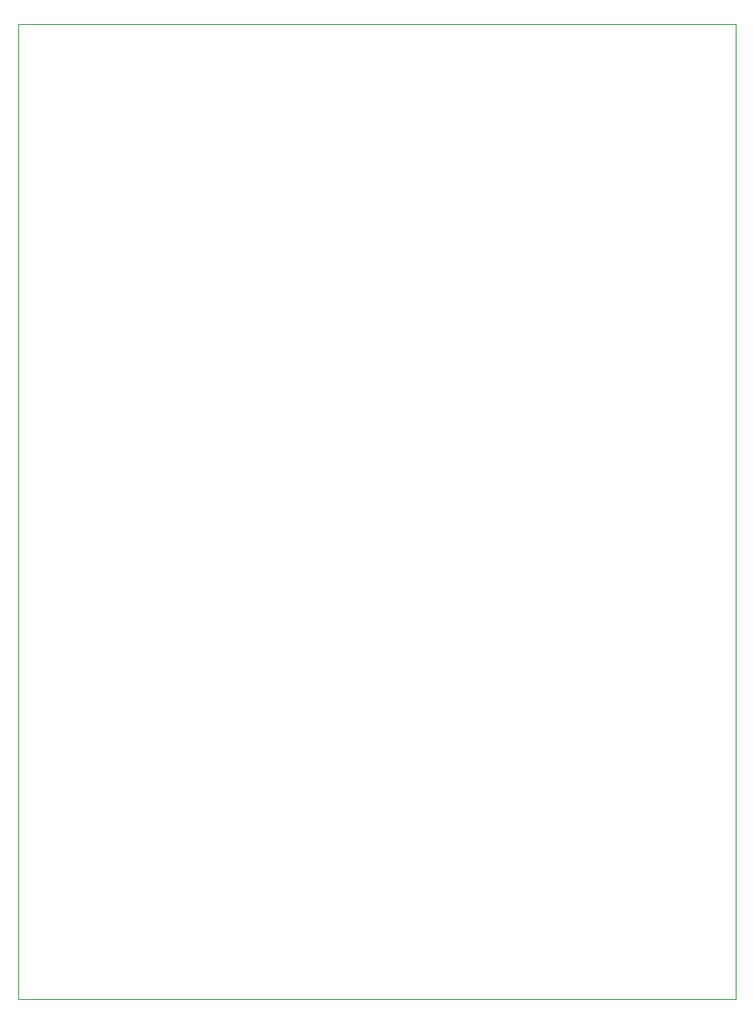
<source format=gbr>
%TF.GenerationSoftware,KiCad,Pcbnew,7.0.11+1*%
%TF.CreationDate,2024-05-07T21:52:51+02:00*%
%TF.ProjectId,QL_MiniTrump3,514c5f4d-696e-4695-9472-756d70332e6b,01*%
%TF.SameCoordinates,Original*%
%TF.FileFunction,Profile,NP*%
%FSLAX46Y46*%
G04 Gerber Fmt 4.6, Leading zero omitted, Abs format (unit mm)*
G04 Created by KiCad (PCBNEW 7.0.11+1) date 2024-05-07 21:52:51*
%MOMM*%
%LPD*%
G01*
G04 APERTURE LIST*
%TA.AperFunction,Profile*%
%ADD10C,0.050000*%
%TD*%
G04 APERTURE END LIST*
D10*
X201422000Y-44323000D02*
X128397000Y-44323000D01*
X201422000Y-143383000D02*
X201422000Y-44323000D01*
X128397000Y-44323000D02*
X128397000Y-143383000D01*
X128397000Y-143383000D02*
X201422000Y-143383000D01*
M02*

</source>
